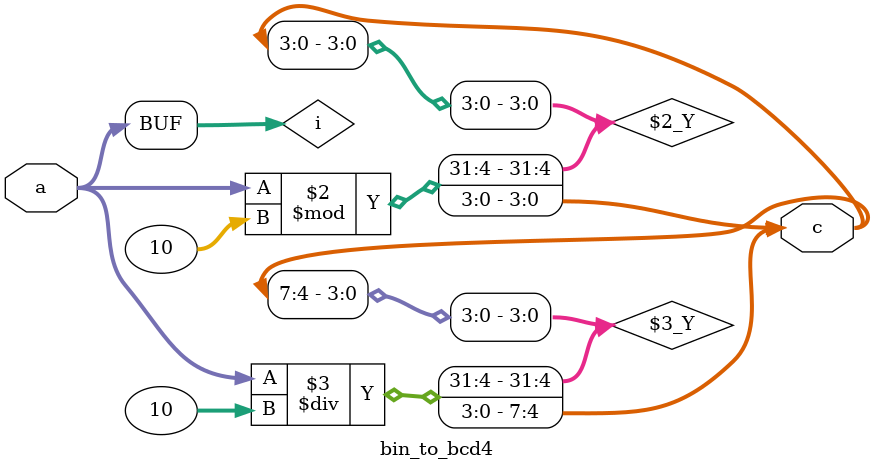
<source format=v>
module bin_to_bcd4(input [5:0]a,output reg [7:0]c);

reg[5:0] i;
 

always @ (a) begin  
i=a;
c[3:0]<=i%10;
c[7:4]<=i/10;
  end
endmodule
</source>
